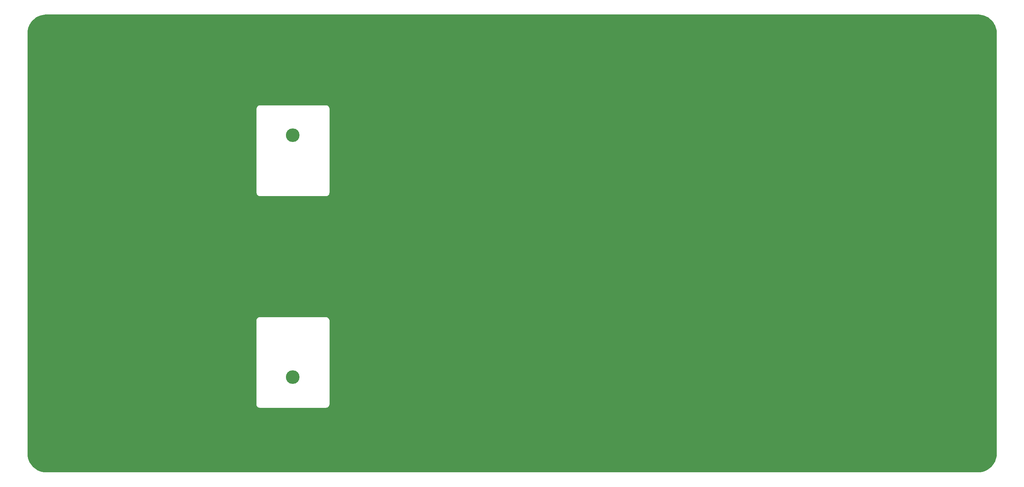
<source format=gbs>
%TF.GenerationSoftware,KiCad,Pcbnew,8.0.4*%
%TF.CreationDate,2024-09-14T13:16:14+09:30*%
%TF.ProjectId,Forte_PA_Deck,466f7274-655f-4504-915f-4465636b2e6b,1.0*%
%TF.SameCoordinates,Original*%
%TF.FileFunction,Soldermask,Bot*%
%TF.FilePolarity,Negative*%
%FSLAX46Y46*%
G04 Gerber Fmt 4.6, Leading zero omitted, Abs format (unit mm)*
G04 Created by KiCad (PCBNEW 8.0.4) date 2024-09-14 13:16:14*
%MOMM*%
%LPD*%
G01*
G04 APERTURE LIST*
%ADD10C,5.100000*%
%ADD11C,5.075000*%
%ADD12C,4.000000*%
%ADD13O,1.600000X1.600000*%
%ADD14O,3.600000X3.600000*%
%ADD15O,2.500000X4.500000*%
G04 APERTURE END LIST*
D10*
X273550000Y-147000000D02*
G75*
G02*
X268450000Y-147000000I-2550000J0D01*
G01*
X268450000Y-147000000D02*
G75*
G02*
X273550000Y-147000000I2550000J0D01*
G01*
X168550000Y-41000000D02*
G75*
G02*
X163450000Y-41000000I-2550000J0D01*
G01*
X163450000Y-41000000D02*
G75*
G02*
X168550000Y-41000000I2550000J0D01*
G01*
D11*
X97537500Y-95750000D02*
G75*
G02*
X92462500Y-95750000I-2537500J0D01*
G01*
X92462500Y-95750000D02*
G75*
G02*
X97537500Y-95750000I2537500J0D01*
G01*
D10*
X273550000Y-41000000D02*
G75*
G02*
X268450000Y-41000000I-2550000J0D01*
G01*
X268450000Y-41000000D02*
G75*
G02*
X273550000Y-41000000I2550000J0D01*
G01*
X33550000Y-41000000D02*
G75*
G02*
X28450000Y-41000000I-2550000J0D01*
G01*
X28450000Y-41000000D02*
G75*
G02*
X33550000Y-41000000I2550000J0D01*
G01*
X33550000Y-147000000D02*
G75*
G02*
X28450000Y-147000000I-2550000J0D01*
G01*
X28450000Y-147000000D02*
G75*
G02*
X33550000Y-147000000I2550000J0D01*
G01*
X168550000Y-147000000D02*
G75*
G02*
X163450000Y-147000000I-2550000J0D01*
G01*
X163450000Y-147000000D02*
G75*
G02*
X168550000Y-147000000I2550000J0D01*
G01*
D11*
X201537500Y-96000000D02*
G75*
G02*
X196462500Y-96000000I-2537500J0D01*
G01*
X196462500Y-96000000D02*
G75*
G02*
X201537500Y-96000000I2537500J0D01*
G01*
D12*
%TO.C,J4*%
X256790000Y-128000000D03*
X256790000Y-138800000D03*
X262000000Y-128000000D03*
X262000000Y-138800000D03*
X267210000Y-128000000D03*
X267210000Y-138800000D03*
%TD*%
D13*
%TO.C,TH1*%
X94750000Y-54000000D03*
%TD*%
%TO.C,TH3*%
X81750000Y-117440000D03*
%TD*%
D14*
%TO.C,Q2*%
X94050000Y-127860000D03*
D15*
X94050000Y-108000000D03*
%TD*%
D14*
%TO.C,Q1*%
X94050000Y-63940000D03*
D15*
X94050000Y-83800000D03*
%TD*%
D13*
%TO.C,TH2*%
X81800000Y-74560000D03*
%TD*%
G36*
X275000642Y-32000007D02*
G01*
X275213471Y-32002328D01*
X275222926Y-32002793D01*
X275647549Y-32039943D01*
X275658274Y-32041355D01*
X276077376Y-32115253D01*
X276087938Y-32117594D01*
X276499019Y-32227743D01*
X276509335Y-32230996D01*
X276909240Y-32376549D01*
X276919235Y-32380689D01*
X277304937Y-32560545D01*
X277314532Y-32565540D01*
X277683083Y-32778323D01*
X277692207Y-32784135D01*
X278040820Y-33028237D01*
X278049402Y-33034822D01*
X278375420Y-33308383D01*
X278383395Y-33315692D01*
X278684307Y-33616604D01*
X278691616Y-33624579D01*
X278965177Y-33950597D01*
X278971762Y-33959179D01*
X279215864Y-34307792D01*
X279221676Y-34316916D01*
X279434459Y-34685467D01*
X279439454Y-34695062D01*
X279619310Y-35080764D01*
X279623450Y-35090759D01*
X279769003Y-35490664D01*
X279772256Y-35500980D01*
X279882405Y-35912061D01*
X279884746Y-35922623D01*
X279958644Y-36341725D01*
X279960056Y-36352450D01*
X279997206Y-36777073D01*
X279997671Y-36786527D01*
X279999993Y-36999357D01*
X280000000Y-37000710D01*
X280000000Y-147999289D01*
X279999993Y-148000642D01*
X279997671Y-148213472D01*
X279997206Y-148222926D01*
X279960056Y-148647549D01*
X279958644Y-148658274D01*
X279884746Y-149077376D01*
X279882405Y-149087938D01*
X279772256Y-149499019D01*
X279769003Y-149509335D01*
X279623450Y-149909240D01*
X279619310Y-149919235D01*
X279439454Y-150304937D01*
X279434459Y-150314532D01*
X279221676Y-150683083D01*
X279215864Y-150692207D01*
X278971762Y-151040820D01*
X278965177Y-151049402D01*
X278691616Y-151375420D01*
X278684307Y-151383395D01*
X278383395Y-151684307D01*
X278375420Y-151691616D01*
X278049402Y-151965177D01*
X278040820Y-151971762D01*
X277692207Y-152215864D01*
X277683083Y-152221676D01*
X277314532Y-152434459D01*
X277304937Y-152439454D01*
X276919235Y-152619310D01*
X276909240Y-152623450D01*
X276509335Y-152769003D01*
X276499019Y-152772256D01*
X276087938Y-152882405D01*
X276077376Y-152884746D01*
X275658274Y-152958644D01*
X275647549Y-152960056D01*
X275222926Y-152997206D01*
X275213472Y-152997671D01*
X275000643Y-152999993D01*
X274999290Y-153000000D01*
X29000653Y-153000000D01*
X28999339Y-152999993D01*
X28786549Y-152997738D01*
X28777056Y-152997273D01*
X28352444Y-152960124D01*
X28341719Y-152958712D01*
X27922605Y-152884811D01*
X27912044Y-152882470D01*
X27500962Y-152772322D01*
X27490645Y-152769069D01*
X27090733Y-152623513D01*
X27080738Y-152619373D01*
X26695031Y-152439514D01*
X26685436Y-152434519D01*
X26316874Y-152221729D01*
X26307751Y-152215917D01*
X25959144Y-151971820D01*
X25950562Y-151965235D01*
X25624534Y-151691666D01*
X25616558Y-151684357D01*
X25315642Y-151383441D01*
X25308333Y-151375465D01*
X25034764Y-151049437D01*
X25028179Y-151040855D01*
X24784082Y-150692248D01*
X24778270Y-150683125D01*
X24565480Y-150314563D01*
X24560485Y-150304968D01*
X24380626Y-149919261D01*
X24376486Y-149909266D01*
X24230930Y-149509354D01*
X24227677Y-149499037D01*
X24117529Y-149087955D01*
X24115188Y-149077394D01*
X24041287Y-148658280D01*
X24039875Y-148647555D01*
X24002726Y-148222943D01*
X24002261Y-148213449D01*
X24000007Y-148000659D01*
X24000000Y-147999346D01*
X24000000Y-112949986D01*
X84478553Y-112949986D01*
X84478553Y-134949992D01*
X84480960Y-135048254D01*
X84480961Y-135048263D01*
X84519295Y-135240986D01*
X84519297Y-135240993D01*
X84594497Y-135422546D01*
X84594501Y-135422553D01*
X84703669Y-135585941D01*
X84703674Y-135585948D01*
X84842618Y-135724897D01*
X84842622Y-135724901D01*
X85006012Y-135834081D01*
X85006010Y-135834081D01*
X85187560Y-135909289D01*
X85380300Y-135947634D01*
X85478550Y-135950000D01*
X102771432Y-135950000D01*
X102869697Y-135947587D01*
X102869708Y-135947586D01*
X103062417Y-135909246D01*
X103062428Y-135909243D01*
X103243965Y-135834040D01*
X103407348Y-135724863D01*
X103407352Y-135724860D01*
X103546291Y-135585915D01*
X103546296Y-135585909D01*
X103655457Y-135422532D01*
X103655463Y-135422522D01*
X103730657Y-135240978D01*
X103730659Y-135240975D01*
X103768992Y-135048258D01*
X103768993Y-135048245D01*
X103771446Y-134950015D01*
X103771446Y-112950021D01*
X103769195Y-112851725D01*
X103730854Y-112658977D01*
X103730851Y-112658966D01*
X103655642Y-112477404D01*
X103655639Y-112477398D01*
X103546447Y-112313989D01*
X103407467Y-112175016D01*
X103407465Y-112175014D01*
X103244060Y-112065838D01*
X103244055Y-112065835D01*
X103062475Y-111990631D01*
X102869721Y-111952298D01*
X102869710Y-111952297D01*
X102771451Y-111950000D01*
X85478567Y-111950000D01*
X85380301Y-111952412D01*
X85380290Y-111952413D01*
X85187581Y-111990753D01*
X85187570Y-111990756D01*
X85006033Y-112065959D01*
X84842652Y-112175134D01*
X84842648Y-112175138D01*
X84703710Y-112314081D01*
X84703705Y-112314088D01*
X84594542Y-112477468D01*
X84594538Y-112477475D01*
X84519342Y-112659019D01*
X84519340Y-112659026D01*
X84481007Y-112851740D01*
X84481006Y-112851755D01*
X84478553Y-112949986D01*
X24000000Y-112949986D01*
X24000000Y-57000007D01*
X84500000Y-57000007D01*
X84500000Y-78999992D01*
X84502407Y-79098252D01*
X84502408Y-79098261D01*
X84540742Y-79290979D01*
X84540744Y-79290987D01*
X84615943Y-79472533D01*
X84615948Y-79472543D01*
X84725118Y-79635927D01*
X84725121Y-79635931D01*
X84864068Y-79774878D01*
X84864072Y-79774881D01*
X85027456Y-79884051D01*
X85027466Y-79884056D01*
X85209012Y-79959255D01*
X85209020Y-79959257D01*
X85401738Y-79997591D01*
X85401747Y-79997592D01*
X85500008Y-80000000D01*
X102792872Y-80000000D01*
X102891164Y-79997750D01*
X103083930Y-79959408D01*
X103083938Y-79959405D01*
X103265500Y-79884201D01*
X103265518Y-79884191D01*
X103428918Y-79775012D01*
X103428921Y-79775009D01*
X103567905Y-79636026D01*
X103677090Y-79472620D01*
X103677095Y-79472611D01*
X103752306Y-79291034D01*
X103752308Y-79291028D01*
X103790650Y-79098277D01*
X103790650Y-79098273D01*
X103792893Y-78999988D01*
X103792893Y-57000021D01*
X103790642Y-56901723D01*
X103752302Y-56708975D01*
X103752300Y-56708967D01*
X103677089Y-56527391D01*
X103567896Y-56363973D01*
X103567893Y-56363969D01*
X103428926Y-56225002D01*
X103265508Y-56115811D01*
X103265497Y-56115805D01*
X103083929Y-56040598D01*
X103083925Y-56040597D01*
X102891159Y-56002255D01*
X102792908Y-56000000D01*
X85500008Y-56000000D01*
X85401747Y-56002407D01*
X85401738Y-56002408D01*
X85209020Y-56040742D01*
X85209012Y-56040744D01*
X85027466Y-56115943D01*
X85027456Y-56115948D01*
X84864072Y-56225118D01*
X84864068Y-56225121D01*
X84725121Y-56364068D01*
X84725118Y-56364072D01*
X84615948Y-56527456D01*
X84615943Y-56527466D01*
X84540744Y-56709012D01*
X84540742Y-56709020D01*
X84502408Y-56901738D01*
X84502407Y-56901747D01*
X84500000Y-57000007D01*
X24000000Y-57000007D01*
X24000000Y-37000710D01*
X24000007Y-36999358D01*
X24002328Y-36786528D01*
X24002793Y-36777073D01*
X24039943Y-36352450D01*
X24041355Y-36341725D01*
X24115253Y-35922623D01*
X24117594Y-35912061D01*
X24227743Y-35500980D01*
X24230996Y-35490664D01*
X24376549Y-35090759D01*
X24380689Y-35080764D01*
X24560545Y-34695062D01*
X24565540Y-34685467D01*
X24778323Y-34316916D01*
X24784135Y-34307792D01*
X25028237Y-33959179D01*
X25034822Y-33950597D01*
X25308383Y-33624579D01*
X25315692Y-33616604D01*
X25616604Y-33315692D01*
X25624579Y-33308383D01*
X25950597Y-33034822D01*
X25959179Y-33028237D01*
X26307792Y-32784135D01*
X26316916Y-32778323D01*
X26685467Y-32565540D01*
X26695062Y-32560545D01*
X27080764Y-32380689D01*
X27090759Y-32376549D01*
X27490664Y-32230996D01*
X27500980Y-32227743D01*
X27912061Y-32117594D01*
X27922623Y-32115253D01*
X28341725Y-32041355D01*
X28352450Y-32039943D01*
X28777073Y-32002793D01*
X28786528Y-32002328D01*
X28999358Y-32000007D01*
X29000710Y-32000000D01*
X274999290Y-32000000D01*
X275000642Y-32000007D01*
G37*
M02*

</source>
